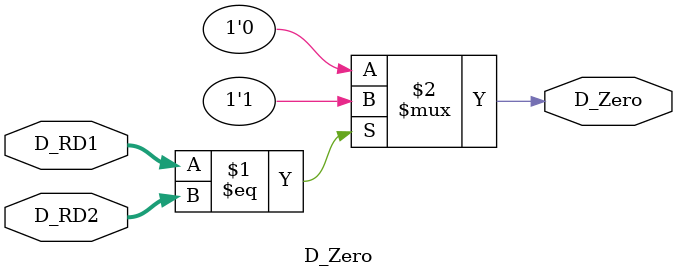
<source format=v>
`timescale 1ns / 1ps
module D_Zero(
    input [31:0] D_RD1,
    input [31:0] D_RD2,
    output D_Zero
    );
	assign D_Zero = (D_RD1 == D_RD2) ? 1'b1 :
			 1'b0;
endmodule
</source>
